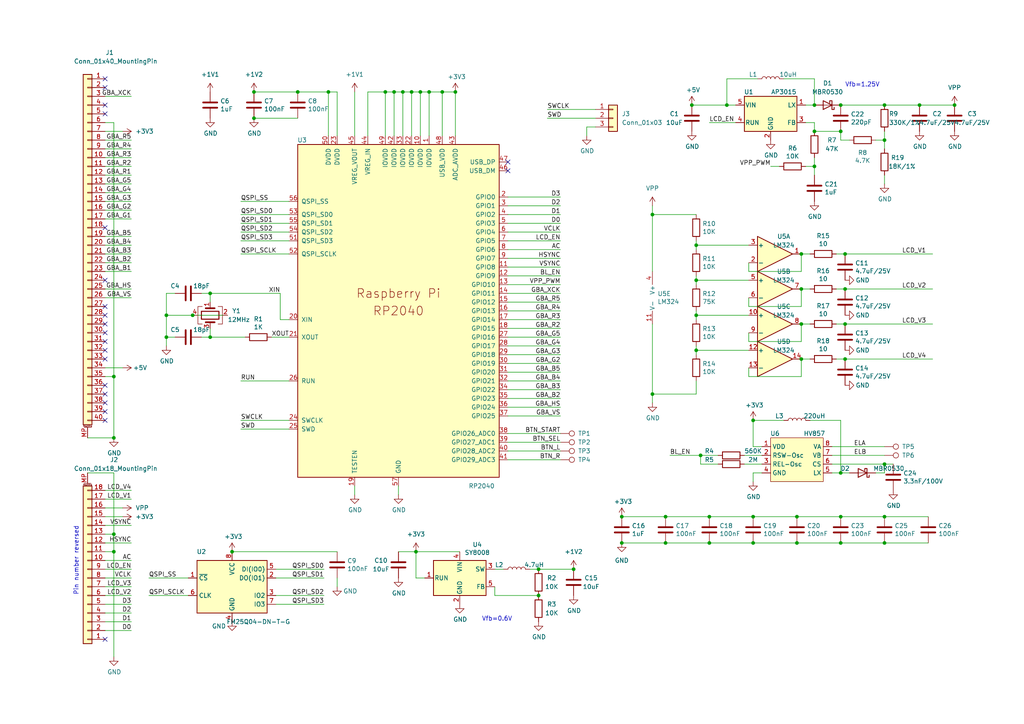
<source format=kicad_sch>
(kicad_sch (version 20211123) (generator eeschema)
  (paper "A4")
  (junction (at 55.88 91.44) (diameter 0.9144))
  (junction (at 73.66 26.67))
  (junction (at 33.02 154.94))
  (junction (at 166.37 165.1))
  (junction (at 189.23 114.3))
  (junction (at 124.46 26.67) (diameter 0.9144))
  (junction (at 256.54 157.48) (diameter 0.9144))
  (junction (at 218.44 149.86) (diameter 0.9144))
  (junction (at 156.21 172.72) (diameter 0.9144))
  (junction (at 231.14 149.86) (diameter 0.9144))
  (junction (at 114.3 26.67) (diameter 0.9144))
  (junction (at 256.54 40.64) (diameter 0.9144))
  (junction (at 201.93 91.44))
  (junction (at 218.44 121.92))
  (junction (at 218.44 157.48) (diameter 0.9144))
  (junction (at 256.54 30.48))
  (junction (at 111.76 26.67) (diameter 0.9144))
  (junction (at 232.41 93.98))
  (junction (at 95.25 26.67) (diameter 0.9144))
  (junction (at 128.27 26.67) (diameter 0.9144))
  (junction (at 120.65 160.02) (diameter 0.9144))
  (junction (at 73.66 34.29) (diameter 0.9144))
  (junction (at 121.92 26.67) (diameter 0.9144))
  (junction (at 67.31 160.02) (diameter 0.9144))
  (junction (at 232.41 83.82))
  (junction (at 205.74 157.48) (diameter 0.9144))
  (junction (at 86.36 26.67))
  (junction (at 156.21 165.1) (diameter 0.9144))
  (junction (at 210.82 30.48) (diameter 0.9144))
  (junction (at 243.84 38.1))
  (junction (at 245.11 93.98))
  (junction (at 203.2 132.08))
  (junction (at 60.96 85.09) (diameter 0.9144))
  (junction (at 48.26 91.44) (diameter 0.9144))
  (junction (at 245.11 83.82))
  (junction (at 232.41 73.66))
  (junction (at 236.22 48.26) (diameter 0.9144))
  (junction (at 266.7 30.48))
  (junction (at 189.23 62.23))
  (junction (at 33.02 127))
  (junction (at 119.38 26.67) (diameter 0.9144))
  (junction (at 243.84 137.16))
  (junction (at 243.84 30.48))
  (junction (at 200.66 30.48))
  (junction (at 236.22 30.48) (diameter 0.9144))
  (junction (at 232.41 104.14))
  (junction (at 245.11 104.14))
  (junction (at 33.02 109.22))
  (junction (at 256.54 149.86) (diameter 0.9144))
  (junction (at 116.84 26.67) (diameter 0.9144))
  (junction (at 205.74 149.86) (diameter 0.9144))
  (junction (at 60.96 97.79) (diameter 0.9144))
  (junction (at 245.11 73.66))
  (junction (at 243.84 149.86) (diameter 0.9144))
  (junction (at 180.34 149.86) (diameter 0.9144))
  (junction (at 180.34 157.48) (diameter 0.9144))
  (junction (at 236.22 38.1))
  (junction (at 231.14 157.48) (diameter 0.9144))
  (junction (at 201.93 81.28))
  (junction (at 48.26 97.79) (diameter 0.9144))
  (junction (at 201.93 101.6))
  (junction (at 201.93 71.12))
  (junction (at 243.84 157.48) (diameter 0.9144))
  (junction (at 276.86 30.48))
  (junction (at 193.04 157.48) (diameter 0.9144))
  (junction (at 132.08 26.67) (diameter 0.9144))
  (junction (at 193.04 149.86) (diameter 0.9144))
  (junction (at 33.02 160.02))
  (junction (at 256.54 134.62))
  (no_connect (at 30.48 25.4))
  (no_connect (at 30.48 30.48))
  (no_connect (at 30.48 33.02))
  (no_connect (at 30.48 22.86))
  (no_connect (at 30.48 66.04))
  (no_connect (at 30.48 119.38))
  (no_connect (at 30.48 111.76))
  (no_connect (at 30.48 116.84))
  (no_connect (at 30.48 114.3))
  (no_connect (at 30.48 81.28))
  (no_connect (at 30.48 104.14))
  (no_connect (at 30.48 96.52))
  (no_connect (at 30.48 91.44))
  (no_connect (at 30.48 101.6))
  (no_connect (at 30.48 88.9))
  (no_connect (at 30.48 93.98))
  (no_connect (at 30.48 99.06))
  (no_connect (at 30.48 121.92))
  (no_connect (at 30.48 185.42))
  (no_connect (at 147.32 46.99))
  (no_connect (at 147.32 49.53))
  (wire (pts (xy 217.17 78.74) (xy 232.41 78.74)))
  (wire (pts (xy 114.3 26.67) (xy 116.84 26.67)))
  (wire (pts (xy 83.82 121.92) (xy 69.85 121.92)))
  (wire (pts (xy 232.41 88.9) (xy 232.41 83.82)))
  (wire (pts (xy 106.68 26.67) (xy 111.76 26.67)))
  (wire (pts (xy 232.41 73.66) (xy 234.95 73.66)))
  (wire (pts (xy 48.26 97.79) (xy 50.8 97.79)))
  (wire (pts (xy 223.52 48.26) (xy 226.06 48.26)))
  (wire (pts (xy 201.93 114.3) (xy 201.93 110.49)))
  (wire (pts (xy 201.93 100.33) (xy 201.93 101.6)))
  (wire (pts (xy 69.85 67.31) (xy 83.82 67.31)))
  (wire (pts (xy 201.93 72.39) (xy 201.93 71.12)))
  (wire (pts (xy 217.17 91.44) (xy 201.93 91.44)))
  (wire (pts (xy 38.1 76.2) (xy 30.48 76.2)))
  (wire (pts (xy 120.65 160.02) (xy 120.65 167.64)))
  (wire (pts (xy 73.66 26.67) (xy 86.36 26.67)))
  (wire (pts (xy 147.32 100.33) (xy 162.56 100.33)))
  (wire (pts (xy 233.68 35.56) (xy 236.22 35.56)))
  (wire (pts (xy 33.02 109.22) (xy 30.48 109.22)))
  (wire (pts (xy 69.85 62.23) (xy 83.82 62.23)))
  (wire (pts (xy 147.32 115.57) (xy 162.56 115.57)))
  (wire (pts (xy 232.41 109.22) (xy 232.41 104.14)))
  (wire (pts (xy 193.04 157.48) (xy 205.74 157.48)))
  (wire (pts (xy 147.32 57.15) (xy 162.56 57.15)))
  (wire (pts (xy 147.32 107.95) (xy 162.56 107.95)))
  (wire (pts (xy 270.51 104.14) (xy 245.11 104.14)))
  (wire (pts (xy 83.82 124.46) (xy 69.85 124.46)))
  (wire (pts (xy 43.18 167.64) (xy 54.61 167.64)))
  (wire (pts (xy 201.93 81.28) (xy 201.93 80.01)))
  (wire (pts (xy 241.3 137.16) (xy 243.84 137.16)))
  (wire (pts (xy 38.1 27.94) (xy 30.48 27.94)))
  (wire (pts (xy 80.01 172.72) (xy 93.98 172.72)))
  (wire (pts (xy 147.32 77.47) (xy 162.56 77.47)))
  (wire (pts (xy 69.85 69.85) (xy 83.82 69.85)))
  (wire (pts (xy 236.22 35.56) (xy 236.22 38.1)))
  (wire (pts (xy 147.32 128.27) (xy 162.56 128.27)))
  (wire (pts (xy 231.14 157.48) (xy 243.84 157.48)))
  (wire (pts (xy 33.02 35.56) (xy 33.02 109.22)))
  (wire (pts (xy 201.93 82.55) (xy 201.93 81.28)))
  (wire (pts (xy 156.21 165.1) (xy 153.67 165.1)))
  (wire (pts (xy 38.1 55.88) (xy 30.48 55.88)))
  (wire (pts (xy 143.51 172.72) (xy 143.51 170.18)))
  (wire (pts (xy 243.84 40.64) (xy 246.38 40.64)))
  (wire (pts (xy 147.32 67.31) (xy 162.56 67.31)))
  (wire (pts (xy 232.41 99.06) (xy 232.41 93.98)))
  (wire (pts (xy 73.66 34.29) (xy 86.36 34.29)))
  (wire (pts (xy 234.95 104.14) (xy 232.41 104.14)))
  (wire (pts (xy 217.17 99.06) (xy 232.41 99.06)))
  (wire (pts (xy 106.68 39.37) (xy 106.68 26.67)))
  (wire (pts (xy 60.96 87.63) (xy 60.96 85.09)))
  (wire (pts (xy 256.54 50.8) (xy 256.54 53.34)))
  (wire (pts (xy 38.1 48.26) (xy 30.48 48.26)))
  (wire (pts (xy 218.44 137.16) (xy 218.44 139.7)))
  (wire (pts (xy 215.9 134.62) (xy 220.98 134.62)))
  (wire (pts (xy 30.48 154.94) (xy 33.02 154.94)))
  (wire (pts (xy 236.22 38.1) (xy 243.84 38.1)))
  (wire (pts (xy 189.23 114.3) (xy 201.93 114.3)))
  (wire (pts (xy 242.57 73.66) (xy 245.11 73.66)))
  (wire (pts (xy 38.1 162.56) (xy 30.48 162.56)))
  (wire (pts (xy 147.32 102.87) (xy 162.56 102.87)))
  (wire (pts (xy 189.23 78.74) (xy 189.23 62.23)))
  (wire (pts (xy 38.1 78.74) (xy 30.48 78.74)))
  (wire (pts (xy 189.23 114.3) (xy 189.23 116.84)))
  (wire (pts (xy 236.22 22.86) (xy 236.22 30.48)))
  (wire (pts (xy 69.85 64.77) (xy 83.82 64.77)))
  (wire (pts (xy 172.72 36.83) (xy 170.18 36.83)))
  (wire (pts (xy 200.66 30.48) (xy 210.82 30.48)))
  (wire (pts (xy 147.32 110.49) (xy 162.56 110.49)))
  (wire (pts (xy 227.33 22.86) (xy 236.22 22.86)))
  (wire (pts (xy 80.01 165.1) (xy 93.98 165.1)))
  (wire (pts (xy 217.17 109.22) (xy 232.41 109.22)))
  (wire (pts (xy 205.74 35.56) (xy 213.36 35.56)))
  (wire (pts (xy 35.56 147.32) (xy 30.48 147.32)))
  (wire (pts (xy 189.23 59.69) (xy 189.23 62.23)))
  (wire (pts (xy 33.02 127) (xy 25.4 127)))
  (wire (pts (xy 38.1 63.5) (xy 30.48 63.5)))
  (wire (pts (xy 116.84 26.67) (xy 119.38 26.67)))
  (wire (pts (xy 270.51 93.98) (xy 245.11 93.98)))
  (wire (pts (xy 81.28 92.71) (xy 83.82 92.71)))
  (wire (pts (xy 217.17 101.6) (xy 201.93 101.6)))
  (wire (pts (xy 38.1 58.42) (xy 30.48 58.42)))
  (wire (pts (xy 35.56 38.1) (xy 30.48 38.1)))
  (wire (pts (xy 38.1 144.78) (xy 30.48 144.78)))
  (wire (pts (xy 60.96 95.25) (xy 60.96 97.79)))
  (wire (pts (xy 124.46 26.67) (xy 124.46 39.37)))
  (wire (pts (xy 180.34 149.86) (xy 193.04 149.86)))
  (wire (pts (xy 147.32 59.69) (xy 162.56 59.69)))
  (wire (pts (xy 124.46 26.67) (xy 128.27 26.67)))
  (wire (pts (xy 38.1 45.72) (xy 30.48 45.72)))
  (wire (pts (xy 38.1 43.18) (xy 30.48 43.18)))
  (wire (pts (xy 147.32 92.71) (xy 162.56 92.71)))
  (wire (pts (xy 172.72 34.29) (xy 158.75 34.29)))
  (wire (pts (xy 201.93 92.71) (xy 201.93 91.44)))
  (wire (pts (xy 232.41 93.98) (xy 234.95 93.98)))
  (wire (pts (xy 60.96 97.79) (xy 58.42 97.79)))
  (wire (pts (xy 172.72 31.75) (xy 158.75 31.75)))
  (wire (pts (xy 38.1 177.8) (xy 30.48 177.8)))
  (wire (pts (xy 33.02 154.94) (xy 33.02 160.02)))
  (wire (pts (xy 170.18 36.83) (xy 170.18 39.37)))
  (wire (pts (xy 194.31 132.08) (xy 203.2 132.08)))
  (wire (pts (xy 83.82 73.66) (xy 69.85 73.66)))
  (wire (pts (xy 48.26 91.44) (xy 55.88 91.44)))
  (wire (pts (xy 114.3 39.37) (xy 114.3 26.67)))
  (wire (pts (xy 210.82 30.48) (xy 213.36 30.48)))
  (wire (pts (xy 147.32 87.63) (xy 162.56 87.63)))
  (wire (pts (xy 83.82 97.79) (xy 78.74 97.79)))
  (wire (pts (xy 38.1 170.18) (xy 30.48 170.18)))
  (wire (pts (xy 266.7 30.48) (xy 276.86 30.48)))
  (wire (pts (xy 215.9 132.08) (xy 220.98 132.08)))
  (wire (pts (xy 38.1 152.4) (xy 30.48 152.4)))
  (wire (pts (xy 242.57 93.98) (xy 245.11 93.98)))
  (wire (pts (xy 210.82 30.48) (xy 210.82 22.86)))
  (wire (pts (xy 201.93 101.6) (xy 201.93 102.87)))
  (wire (pts (xy 236.22 48.26) (xy 236.22 50.8)))
  (wire (pts (xy 38.1 165.1) (xy 30.48 165.1)))
  (wire (pts (xy 218.44 121.92) (xy 218.44 129.54)))
  (wire (pts (xy 120.65 160.02) (xy 133.35 160.02)))
  (wire (pts (xy 217.17 106.68) (xy 217.17 109.22)))
  (wire (pts (xy 180.34 157.48) (xy 193.04 157.48)))
  (wire (pts (xy 147.32 80.01) (xy 162.56 80.01)))
  (wire (pts (xy 97.79 167.64) (xy 97.79 170.18)))
  (wire (pts (xy 33.02 137.16) (xy 33.02 154.94)))
  (wire (pts (xy 80.01 175.26) (xy 93.98 175.26)))
  (wire (pts (xy 69.85 110.49) (xy 83.82 110.49)))
  (wire (pts (xy 33.02 109.22) (xy 33.02 127)))
  (wire (pts (xy 231.14 149.86) (xy 243.84 149.86)))
  (wire (pts (xy 83.82 58.42) (xy 69.85 58.42)))
  (wire (pts (xy 86.36 26.67) (xy 95.25 26.67)))
  (wire (pts (xy 203.2 134.62) (xy 203.2 132.08)))
  (wire (pts (xy 121.92 39.37) (xy 121.92 26.67)))
  (wire (pts (xy 38.1 180.34) (xy 30.48 180.34)))
  (wire (pts (xy 218.44 121.92) (xy 227.33 121.92)))
  (wire (pts (xy 147.32 95.25) (xy 162.56 95.25)))
  (wire (pts (xy 38.1 167.64) (xy 30.48 167.64)))
  (wire (pts (xy 234.95 121.92) (xy 243.84 121.92)))
  (wire (pts (xy 128.27 26.67) (xy 132.08 26.67)))
  (wire (pts (xy 147.32 97.79) (xy 162.56 97.79)))
  (wire (pts (xy 147.32 85.09) (xy 162.56 85.09)))
  (wire (pts (xy 30.48 35.56) (xy 33.02 35.56)))
  (wire (pts (xy 256.54 134.62) (xy 256.54 137.16)))
  (wire (pts (xy 48.26 91.44) (xy 48.26 97.79)))
  (wire (pts (xy 205.74 149.86) (xy 218.44 149.86)))
  (wire (pts (xy 166.37 165.1) (xy 156.21 165.1)))
  (wire (pts (xy 111.76 39.37) (xy 111.76 26.67)))
  (wire (pts (xy 80.01 167.64) (xy 93.98 167.64)))
  (wire (pts (xy 147.32 64.77) (xy 162.56 64.77)))
  (wire (pts (xy 242.57 83.82) (xy 245.11 83.82)))
  (wire (pts (xy 254 40.64) (xy 256.54 40.64)))
  (wire (pts (xy 33.02 160.02) (xy 30.48 160.02)))
  (wire (pts (xy 147.32 130.81) (xy 162.56 130.81)))
  (wire (pts (xy 97.79 26.67) (xy 95.25 26.67)))
  (wire (pts (xy 115.57 140.97) (xy 115.57 143.51)))
  (wire (pts (xy 35.56 106.68) (xy 30.48 106.68)))
  (wire (pts (xy 203.2 132.08) (xy 208.28 132.08)))
  (wire (pts (xy 147.32 125.73) (xy 162.56 125.73)))
  (wire (pts (xy 256.54 157.48) (xy 269.24 157.48)))
  (wire (pts (xy 147.32 113.03) (xy 162.56 113.03)))
  (wire (pts (xy 38.1 175.26) (xy 30.48 175.26)))
  (wire (pts (xy 270.51 73.66) (xy 245.11 73.66)))
  (wire (pts (xy 60.96 97.79) (xy 71.12 97.79)))
  (wire (pts (xy 241.3 129.54) (xy 256.54 129.54)))
  (wire (pts (xy 245.11 104.14) (xy 242.57 104.14)))
  (wire (pts (xy 128.27 39.37) (xy 128.27 26.67)))
  (wire (pts (xy 58.42 85.09) (xy 60.96 85.09)))
  (wire (pts (xy 147.32 62.23) (xy 162.56 62.23)))
  (wire (pts (xy 243.84 30.48) (xy 256.54 30.48)))
  (wire (pts (xy 43.18 172.72) (xy 54.61 172.72)))
  (wire (pts (xy 115.57 160.02) (xy 120.65 160.02)))
  (wire (pts (xy 236.22 45.72) (xy 236.22 48.26)))
  (wire (pts (xy 218.44 157.48) (xy 231.14 157.48)))
  (wire (pts (xy 256.54 149.86) (xy 269.24 149.86)))
  (wire (pts (xy 111.76 26.67) (xy 114.3 26.67)))
  (wire (pts (xy 156.21 172.72) (xy 143.51 172.72)))
  (wire (pts (xy 241.3 134.62) (xy 256.54 134.62)))
  (wire (pts (xy 256.54 134.62) (xy 259.08 134.62)))
  (wire (pts (xy 193.04 149.86) (xy 205.74 149.86)))
  (wire (pts (xy 147.32 69.85) (xy 162.56 69.85)))
  (wire (pts (xy 67.31 160.02) (xy 97.79 160.02)))
  (wire (pts (xy 217.17 86.36) (xy 217.17 88.9)))
  (wire (pts (xy 232.41 78.74) (xy 232.41 73.66)))
  (wire (pts (xy 243.84 38.1) (xy 243.84 40.64)))
  (wire (pts (xy 38.1 60.96) (xy 30.48 60.96)))
  (wire (pts (xy 256.54 38.1) (xy 256.54 40.64)))
  (wire (pts (xy 35.56 149.86) (xy 30.48 149.86)))
  (wire (pts (xy 147.32 118.11) (xy 162.56 118.11)))
  (wire (pts (xy 147.32 74.93) (xy 162.56 74.93)))
  (wire (pts (xy 232.41 83.82) (xy 234.95 83.82)))
  (wire (pts (xy 102.87 26.67) (xy 102.87 39.37)))
  (wire (pts (xy 270.51 83.82) (xy 245.11 83.82)))
  (wire (pts (xy 38.1 86.36) (xy 30.48 86.36)))
  (wire (pts (xy 102.87 140.97) (xy 102.87 143.51)))
  (wire (pts (xy 201.93 71.12) (xy 201.93 69.85)))
  (wire (pts (xy 38.1 83.82) (xy 30.48 83.82)))
  (wire (pts (xy 48.26 97.79) (xy 48.26 100.33)))
  (wire (pts (xy 241.3 132.08) (xy 256.54 132.08)))
  (wire (pts (xy 119.38 39.37) (xy 119.38 26.67)))
  (wire (pts (xy 218.44 149.86) (xy 231.14 149.86)))
  (wire (pts (xy 217.17 96.52) (xy 217.17 99.06)))
  (wire (pts (xy 95.25 26.67) (xy 95.25 39.37)))
  (wire (pts (xy 147.32 72.39) (xy 162.56 72.39)))
  (wire (pts (xy 254 137.16) (xy 256.54 137.16)))
  (wire (pts (xy 38.1 172.72) (xy 30.48 172.72)))
  (wire (pts (xy 217.17 81.28) (xy 201.93 81.28)))
  (wire (pts (xy 25.4 137.16) (xy 33.02 137.16)))
  (wire (pts (xy 220.98 137.16) (xy 218.44 137.16)))
  (wire (pts (xy 38.1 73.66) (xy 30.48 73.66)))
  (wire (pts (xy 189.23 93.98) (xy 189.23 114.3)))
  (wire (pts (xy 38.1 157.48) (xy 30.48 157.48)))
  (wire (pts (xy 60.96 85.09) (xy 81.28 85.09)))
  (wire (pts (xy 116.84 39.37) (xy 116.84 26.67)))
  (wire (pts (xy 208.28 134.62) (xy 203.2 134.62)))
  (wire (pts (xy 201.93 91.44) (xy 201.93 90.17)))
  (wire (pts (xy 38.1 50.8) (xy 30.48 50.8)))
  (wire (pts (xy 147.32 90.17) (xy 162.56 90.17)))
  (wire (pts (xy 97.79 39.37) (xy 97.79 26.67)))
  (wire (pts (xy 189.23 62.23) (xy 201.93 62.23)))
  (wire (pts (xy 147.32 120.65) (xy 162.56 120.65)))
  (wire (pts (xy 120.65 167.64) (xy 123.19 167.64)))
  (wire (pts (xy 38.1 53.34) (xy 30.48 53.34)))
  (wire (pts (xy 243.84 149.86) (xy 256.54 149.86)))
  (wire (pts (xy 256.54 40.64) (xy 256.54 43.18)))
  (wire (pts (xy 205.74 157.48) (xy 218.44 157.48)))
  (wire (pts (xy 132.08 26.67) (xy 132.08 39.37)))
  (wire (pts (xy 146.05 165.1) (xy 143.51 165.1)))
  (wire (pts (xy 217.17 76.2) (xy 217.17 78.74)))
  (wire (pts (xy 147.32 82.55) (xy 162.56 82.55)))
  (wire (pts (xy 38.1 182.88) (xy 30.48 182.88)))
  (wire (pts (xy 256.54 30.48) (xy 266.7 30.48)))
  (wire (pts (xy 243.84 137.16) (xy 246.38 137.16)))
  (wire (pts (xy 81.28 85.09) (xy 81.28 92.71)))
  (wire (pts (xy 210.82 22.86) (xy 219.71 22.86)))
  (wire (pts (xy 30.48 68.58) (xy 38.1 68.58)))
  (wire (pts (xy 147.32 105.41) (xy 162.56 105.41)))
  (wire (pts (xy 48.26 85.09) (xy 48.26 91.44)))
  (wire (pts (xy 243.84 157.48) (xy 256.54 157.48)))
  (wire (pts (xy 147.32 133.35) (xy 162.56 133.35)))
  (wire (pts (xy 38.1 142.24) (xy 30.48 142.24)))
  (wire (pts (xy 233.68 48.26) (xy 236.22 48.26)))
  (wire (pts (xy 38.1 40.64) (xy 30.48 40.64)))
  (wire (pts (xy 66.04 91.44) (xy 55.88 91.44)))
  (wire (pts (xy 121.92 26.67) (xy 124.46 26.67)))
  (wire (pts (xy 38.1 71.12) (xy 30.48 71.12)))
  (wire (pts (xy 243.84 121.92) (xy 243.84 137.16)))
  (wire (pts (xy 220.98 129.54) (xy 218.44 129.54)))
  (wire (pts (xy 50.8 85.09) (xy 48.26 85.09)))
  (wire (pts (xy 236.22 30.48) (xy 233.68 30.48)))
  (wire (pts (xy 217.17 88.9) (xy 232.41 88.9)))
  (wire (pts (xy 217.17 71.12) (xy 201.93 71.12)))
  (wire (pts (xy 33.02 160.02) (xy 33.02 190.5)))
  (wire (pts (xy 119.38 26.67) (xy 121.92 26.67)))
  (text "Vfb=0.6V" (at 148.59 180.34 180) (effects (font (size 1.27 1.27)) (justify right bottom)))
  (text "Pin number reversed" (at 22.86 172.72 90) (effects (font (size 1.27 1.27)) (justify left bottom)))
  (text "Vfb=1.25V" (at 245.11 25.4 0) (effects (font (size 1.27 1.27)) (justify left bottom)))
  (label "LCD_EN" (at 38.1 165.1 180))
  (label "LCD_V1" (at 261.62 73.66 0))
  (label "GBA_B1" (at 38.1 78.74 180))
  (label "GBA_G4" (at 38.1 55.88 180))
  (label "GBA_B4" (at 38.1 71.12 180))
  (label "GBA_R5" (at 162.56 87.63 180))
  (label "D3" (at 38.1 175.26 180))
  (label "D0" (at 162.56 64.77 180))
  (label "SWCLK" (at 69.85 121.92 0))
  (label "GBA_G1" (at 38.1 63.5 180))
  (label "D2" (at 162.56 59.69 180))
  (label "VPP_PWM" (at 223.52 48.26 180))
  (label "QSPI_SD2" (at 93.98 172.72 180))
  (label "XIN" (at 81.28 85.09 180))
  (label "QSPI_SS" (at 69.85 58.42 0))
  (label "RUN" (at 69.85 110.49 0))
  (label "QSPI_SD0" (at 93.98 165.1 180))
  (label "LCD_V2" (at 261.62 83.82 0))
  (label "GBA_B5" (at 162.56 107.95 180))
  (label "GBA_XCK" (at 162.56 85.09 180))
  (label "HSYNC" (at 38.1 157.48 180))
  (label "GBA_G5" (at 38.1 53.34 180))
  (label "LCD_V4" (at 261.62 104.14 0))
  (label "QSPI_SS" (at 43.18 167.64 0))
  (label "GBA_R4" (at 162.56 90.17 180))
  (label "QSPI_SD0" (at 69.85 62.23 0))
  (label "BL_EN" (at 162.56 80.01 180))
  (label "VCLK" (at 38.1 167.64 180))
  (label "AC" (at 162.56 72.39 180))
  (label "GBA_VS" (at 38.1 86.36 180))
  (label "GBA_B5" (at 38.1 68.58 180))
  (label "GBA_R3" (at 162.56 92.71 180))
  (label "QSPI_SD1" (at 93.98 167.64 180))
  (label "D3" (at 162.56 57.15 180))
  (label "GBA_G4" (at 162.56 100.33 180))
  (label "LCD_EN" (at 162.56 69.85 180))
  (label "D2" (at 38.1 177.8 180))
  (label "GBA_G3" (at 38.1 58.42 180))
  (label "GBA_B3" (at 38.1 73.66 180))
  (label "D1" (at 38.1 180.34 180))
  (label "QSPI_SD1" (at 69.85 64.77 0))
  (label "GBA_G2" (at 162.56 105.41 180))
  (label "BTN_START" (at 162.56 125.73 180))
  (label "BTN_R" (at 162.56 133.35 180))
  (label "LCD_EN" (at 205.74 35.56 0))
  (label "GBA_G3" (at 162.56 102.87 180))
  (label "LCD_V3" (at 38.1 170.18 180))
  (label "GBA_R2" (at 38.1 48.26 180))
  (label "QSPI_SD3" (at 69.85 69.85 0))
  (label "GBA_B2" (at 162.56 115.57 180))
  (label "GBA_HS" (at 162.56 118.11 180))
  (label "BTN_L" (at 162.56 130.81 180))
  (label "VSYNC" (at 162.56 77.47 180))
  (label "BTN_SEL" (at 162.56 128.27 180))
  (label "QSPI_SD3" (at 93.98 175.26 180))
  (label "GBA_R1" (at 38.1 50.8 180))
  (label "ELB" (at 247.65 132.08 0))
  (label "GBA_B2" (at 38.1 76.2 180))
  (label "BL_EN" (at 194.31 132.08 0))
  (label "GBA_HS" (at 38.1 83.82 180))
  (label "GBA_G5" (at 162.56 97.79 180))
  (label "XOUT" (at 83.82 97.79 180))
  (label "GBA_XCK" (at 38.1 27.94 180))
  (label "SWD" (at 69.85 124.46 0))
  (label "GBA_R5" (at 38.1 40.64 180))
  (label "LCD_V1" (at 38.1 144.78 180))
  (label "QSPI_SCLK" (at 69.85 73.66 0))
  (label "VSYNC" (at 38.1 152.4 180))
  (label "QSPI_SD2" (at 69.85 67.31 0))
  (label "HSYNC" (at 162.56 74.93 180))
  (label "VPP_PWM" (at 162.56 82.55 180))
  (label "QSPI_SCLK" (at 43.18 172.72 0))
  (label "GBA_G2" (at 38.1 60.96 180))
  (label "GBA_VS" (at 162.56 120.65 180))
  (label "GBA_R4" (at 38.1 43.18 180))
  (label "LCD_V4" (at 38.1 142.24 180))
  (label "LCD_V3" (at 261.62 93.98 0))
  (label "SWCLK" (at 158.75 31.75 0))
  (label "GBA_R3" (at 38.1 45.72 180))
  (label "D0" (at 38.1 182.88 180))
  (label "GBA_B4" (at 162.56 110.49 180))
  (label "GBA_R2" (at 162.56 95.25 180))
  (label "ELA" (at 247.65 129.54 0))
  (label "GBA_B3" (at 162.56 113.03 180))
  (label "SWD" (at 158.75 34.29 0))
  (label "D1" (at 162.56 62.23 180))
  (label "VCLK" (at 162.56 67.31 180))
  (label "LCD_V2" (at 38.1 172.72 180))
  (label "AC" (at 38.1 162.56 180))
  (symbol (lib_id "Amplifier_Operational:LM324") (at 224.79 104.14 0) (unit 4)
    (property "Reference" "U5" (at 227.33 99.06 0))
    (property "Value" "LM324" (at 227.33 101.6 0))
    (property "Footprint" "Package_SO:TSSOP-14_4.4x5mm_P0.65mm" (effects hide))
    (property "Datasheet" "http://www.ti.com/lit/ds/symlink/lm2902-n.pdf" (effects hide))
  )
  (symbol (lib_id "Device:C") (at 73.66 30.48 0) (unit 1)
    (property "Reference" "C7" (at 76.581 29.3116 0) (effects (justify left)))
    (property "Value" "100nF" (at 76.581 31.623 0) (effects (justify left)))
    (property "Footprint" "Capacitor_SMD:C_0402_1005Metric" (effects hide))
  )
  (symbol (lib_id "Device:R") (at 238.76 73.66 270) (unit 1)
    (property "Reference" "R15" (at 238.76 68.4022 90))
    (property "Value" "10" (at 238.76 70.7136 90))
    (property "Footprint" "Resistor_SMD:R_0402_1005Metric" (effects hide))
  )
  (symbol (lib_id "Diode:1N5819") (at 250.19 137.16 180) (unit 1)
    (property "Reference" "D2" (at 245.11 135.89 0))
    (property "Value" "MBR0530" (at 257.81 135.89 0))
    (property "Footprint" "Diode_SMD:D_SOD-323" (effects hide))
    (property "Datasheet" "http://www.vishay.com/docs/88525/1n5817.pdf" (effects hide))
  )
  (symbol (lib_id "power:GND") (at 166.37 172.72 0) (unit 1)
    (property "Reference" "#PWR028" (effects hide))
    (property "Value" "GND" (at 166.497 177.1142 0))
  )
  (symbol (lib_id "Device:R") (at 238.76 93.98 270) (unit 1)
    (property "Reference" "R17" (at 238.76 88.7222 90))
    (property "Value" "10" (at 238.76 91.0336 90))
    (property "Footprint" "Resistor_SMD:R_0402_1005Metric" (effects hide))
  )
  (symbol (lib_id "Device:R") (at 201.93 106.68 0) (unit 1)
    (property "Reference" "R14" (at 203.708 105.5116 0) (effects (justify left)))
    (property "Value" "10K" (at 203.708 107.823 0) (effects (justify left)))
    (property "Footprint" "Resistor_SMD:R_0402_1005Metric" (effects hide))
  )
  (symbol (lib_id "power:GND") (at 180.34 157.48 0) (unit 1)
    (property "Reference" "#PWR032" (effects hide))
    (property "Value" "GND" (at 180.34 162.56 0))
  )
  (symbol (lib_id "Connector_Generic_MountingPin:Conn_01x40_MountingPin") (at 25.4 71.12 0) (mirror y) (unit 1)
    (property "Reference" "J1" (at 33.02 15.24 0) (effects (justify left)))
    (property "Value" "Conn_01x40_MountingPin" (at 45.72 17.78 0) (effects (justify left)))
    (property "Footprint" "Connector_FFC-FPC:Hirose_FH12-40S-0.5SH_1x40-1MP_P0.50mm_Horizontal" (effects hide))
  )
  (symbol (lib_id "Device:L") (at 231.14 121.92 90) (unit 1)
    (property "Reference" "L3" (at 226.06 120.65 90))
    (property "Value" "220uH" (at 236.22 120.65 90))
    (property "Footprint" "Inductor_SMD:L_1008_2520Metric" (effects hide))
  )
  (symbol (lib_id "Device:C") (at 218.44 153.67 0) (unit 1)
    (property "Reference" "C19" (at 221.361 152.5016 0) (effects (justify left)))
    (property "Value" "100nF" (at 221.361 154.813 0) (effects (justify left)))
    (property "Footprint" "Capacitor_SMD:C_0402_1005Metric" (effects hide))
  )
  (symbol (lib_id "power:GND") (at 200.66 38.1 0) (unit 1)
    (property "Reference" "#PWR021" (effects hide))
    (property "Value" "GND" (at 200.787 42.4942 0))
  )
  (symbol (lib_id "Device:C") (at 180.34 153.67 0) (unit 1)
    (property "Reference" "C16" (at 183.261 152.502 0) (effects (justify left)))
    (property "Value" "1uF" (at 183.261 154.813 0) (effects (justify left)))
    (property "Footprint" "Capacitor_SMD:C_0402_1005Metric" (effects hide))
  )
  (symbol (lib_id "Device:Crystal_GND24") (at 60.96 91.44 270) (unit 1)
    (property "Reference" "Y1" (at 67.31 90.17 90) (effects (justify left)))
    (property "Value" "12MHz" (at 66.04 92.71 90) (effects (justify left)))
    (property "Footprint" "Oscillator:Oscillator_SMD_Abracon_ASE-4Pin_3.2x2.5mm" (effects hide))
  )
  (symbol (lib_id "power:GND") (at 236.22 58.42 0) (unit 1)
    (property "Reference" "#PWR043" (effects hide))
    (property "Value" "GND" (at 236.347 62.8142 0))
  )
  (symbol (lib_id "Amplifier_Operational:LM324") (at 224.79 83.82 0) (unit 2)
    (property "Reference" "U5" (at 227.33 78.74 0))
    (property "Value" "LM324" (at 227.33 81.28 0))
    (property "Footprint" "Package_SO:TSSOP-14_4.4x5mm_P0.65mm" (effects hide))
    (property "Datasheet" "http://www.ti.com/lit/ds/symlink/lm2902-n.pdf" (effects hide))
  )
  (symbol (lib_id "Device:R") (at 236.22 41.91 0) (unit 1)
    (property "Reference" "R7" (at 241.3 40.64 0))
    (property "Value" "47K" (at 241.3 43.18 0))
    (property "Footprint" "Resistor_SMD:R_0402_1005Metric" (effects hide))
  )
  (symbol (lib_id "power:GND") (at 115.57 167.64 0) (unit 1)
    (property "Reference" "#PWR018" (effects hide))
    (property "Value" "GND" (at 115.697 172.0342 0))
  )
  (symbol (lib_id "power:VPP") (at 35.56 147.32 270) (mirror x) (unit 1)
    (property "Reference" "#PWR05" (effects hide))
    (property "Value" "VPP" (at 43.18 147.32 90) (effects (justify right)))
  )
  (symbol (lib_id "Device:R") (at 250.19 40.64 270) (unit 1)
    (property "Reference" "R8" (at 250.19 44.272 90))
    (property "Value" "4.7K" (at 250.19 46.584 90))
    (property "Footprint" "Resistor_SMD:R_0402_1005Metric" (effects hide))
  )
  (symbol (lib_id "power:GND") (at 115.57 143.51 0) (unit 1)
    (property "Reference" "#PWR017" (effects hide))
    (property "Value" "GND" (at 115.697 147.9042 0))
  )
  (symbol (lib_id "power:GND") (at 245.11 81.28 90) (unit 1)
    (property "Reference" "#PWR039" (effects hide))
    (property "Value" "GND" (at 250.19 81.28 90))
  )
  (symbol (lib_id "Device:C") (at 245.11 77.47 180) (unit 1)
    (property "Reference" "C11" (at 248.031 76.3016 0) (effects (justify right)))
    (property "Value" "4.7uF/25V" (at 248.031 78.613 0) (effects (justify right)))
    (property "Footprint" "Capacitor_SMD:C_0805_2012Metric" (effects hide))
  )
  (symbol (lib_id "power:GND") (at 97.79 170.18 0) (unit 1)
    (property "Reference" "#PWR014" (effects hide))
    (property "Value" "GND" (at 101.6 171.45 0))
  )
  (symbol (lib_id "power:GND") (at 259.08 142.24 0) (unit 1)
    (property "Reference" "#PWR045" (effects hide))
    (property "Value" "GND" (at 259.207 146.6342 0))
  )
  (symbol (lib_id "Device:R") (at 229.87 48.26 270) (unit 1)
    (property "Reference" "R6" (at 229.87 43.002 90))
    (property "Value" "10K" (at 229.87 45.314 90))
    (property "Footprint" "Resistor_SMD:R_0402_1005Metric" (effects hide))
  )
  (symbol (lib_id "Device:R") (at 256.54 46.99 0) (unit 1)
    (property "Reference" "R19" (at 260.35 45.72 0))
    (property "Value" "18K/1%" (at 261.62 48.26 0))
    (property "Footprint" "Resistor_SMD:R_0402_1005Metric" (effects hide))
  )
  (symbol (lib_id "power:+3V3") (at 218.44 121.92 0) (unit 1)
    (property "Reference" "#PWR036" (effects hide))
    (property "Value" "+3V3" (at 218.821 117.5258 0))
  )
  (symbol (lib_id "Device:R") (at 238.76 83.82 270) (unit 1)
    (property "Reference" "R16" (at 238.76 78.5622 90))
    (property "Value" "10" (at 238.76 80.8736 90))
    (property "Footprint" "Resistor_SMD:R_0402_1005Metric" (effects hide))
  )
  (symbol (lib_id "power:GND") (at 266.7 38.1 0) (unit 1)
    (property "Reference" "#PWR025" (effects hide))
    (property "Value" "GND" (at 266.827 42.4942 0))
  )
  (symbol (lib_id "Connector:TestPoint") (at 162.56 125.73 270) (unit 1)
    (property "Reference" "TP1" (at 167.64 125.73 90) (effects (justify left)))
    (property "Value" "TestPoint" (effects hide))
    (property "Footprint" "TestPoint:TestPoint_Pad_D2.0mm" (effects hide))
  )
  (symbol (lib_id "Device:C") (at 276.86 34.29 180) (unit 1)
    (property "Reference" "C3" (at 281.94 33.02 0))
    (property "Value" "4.7uF/25V" (at 281.94 35.56 0))
    (property "Footprint" "Capacitor_SMD:C_0805_2012Metric" (effects hide))
  )
  (symbol (lib_id "Device:C") (at 205.74 153.67 0) (unit 1)
    (property "Reference" "C18" (at 208.661 152.5016 0) (effects (justify left)))
    (property "Value" "100nF" (at 208.661 154.813 0) (effects (justify left)))
    (property "Footprint" "Capacitor_SMD:C_0402_1005Metric" (effects hide))
  )
  (symbol (lib_id "power:GND") (at 245.11 111.76 90) (unit 1)
    (property "Reference" "#PWR042" (effects hide))
    (property "Value" "GND" (at 250.19 111.76 90))
  )
  (symbol (lib_id "Device:R") (at 212.09 132.08 270) (unit 1)
    (property "Reference" "R4" (at 205.74 130.81 90))
    (property "Value" "560K" (at 218.44 130.81 90))
    (property "Footprint" "Resistor_SMD:R_0402_1005Metric" (effects hide))
  )
  (symbol (lib_id "Device:R") (at 156.21 176.53 180) (unit 1)
    (property "Reference" "R3" (at 160.02 175.26 0))
    (property "Value" "10K" (at 160.02 177.8 0))
    (property "Footprint" "Resistor_SMD:R_0402_1005Metric" (effects hide))
  )
  (symbol (lib_id "Device:L") (at 223.52 22.86 90) (unit 1)
    (property "Reference" "L1" (at 218.44 21.59 90))
    (property "Value" "10uH" (at 228.6 21.59 90))
    (property "Footprint" "Inductor_SMD:L_1008_2520Metric" (effects hide))
  )
  (symbol (lib_id "power:GND") (at 256.54 53.34 0) (unit 1)
    (property "Reference" "#PWR044" (effects hide))
    (property "Value" "GND" (at 256.667 57.7342 0))
  )
  (symbol (lib_id "Device:C") (at 269.24 153.67 0) (unit 1)
    (property "Reference" "C26" (at 272.161 152.5016 0) (effects (justify left)))
    (property "Value" "100nF" (at 272.161 154.813 0) (effects (justify left)))
    (property "Footprint" "Capacitor_SMD:C_0402_1005Metric" (effects hide))
  )
  (symbol (lib_id "symbols:HV857") (at 231.14 121.92 0) (unit 1)
    (property "Reference" "U6" (at 224.79 125.73 0))
    (property "Value" "HV857" (at 236.22 125.73 0))
    (property "Footprint" "Package_SO:MSOP-8_3x3mm_P0.65mm" (effects hide))
  )
  (symbol (lib_id "power:+5V") (at 35.56 106.68 270) (mirror x) (unit 1)
    (property "Reference" "#PWR04" (effects hide))
    (property "Value" "+5V" (at 40.64 106.68 90))
  )
  (symbol (lib_id "Connector:TestPoint") (at 162.56 133.35 270) (unit 1)
    (property "Reference" "TP4" (at 167.64 133.35 90) (effects (justify left)))
    (property "Value" "TestPoint" (effects hide))
    (property "Footprint" "TestPoint:TestPoint_Pad_D2.0mm" (effects hide))
  )
  (symbol (lib_id "Device:C") (at 243.84 153.67 0) (unit 1)
    (property "Reference" "C23" (at 246.761 152.5016 0) (effects (justify left)))
    (property "Value" "100nF" (at 246.761 154.813 0) (effects (justify left)))
    (property "Footprint" "Capacitor_SMD:C_0402_1005Metric" (effects hide))
  )
  (symbol (lib_id "Device:R") (at 201.93 76.2 0) (unit 1)
    (property "Reference" "R11" (at 203.708 75.0316 0) (effects (justify left)))
    (property "Value" "10K" (at 203.708 77.343 0) (effects (justify left)))
    (property "Footprint" "Resistor_SMD:R_0402_1005Metric" (effects hide))
  )
  (symbol (lib_id "power:+1V2") (at 166.37 165.1 0) (unit 1)
    (property "Reference" "#PWR?" (effects hide))
    (property "Value" "+1V2" (at 166.37 160.02 0))
  )
  (symbol (lib_id "power:GND") (at 60.96 34.29 0) (unit 1)
    (property "Reference" "#PWR09" (effects hide))
    (property "Value" "GND" (at 61.087 38.6842 0))
  )
  (symbol (lib_id "Memory_Flash:W25Q128JVS") (at 67.31 170.18 0) (unit 1)
    (property "Reference" "U2" (at 58.42 160.02 0))
    (property "Value" "FM25Q04-DN-T-G" (at 74.93 180.34 0))
    (property "Footprint" "Package_DFN_QFN:DFN-8-1EP_3x2mm_P0.5mm_EP1.36x1.46mm" (effects hide))
    (property "Datasheet" "http://www.winbond.com/resource-files/w25q128jv_dtr%20revc%2003272018%20plus.pdf" (effects hide))
  )
  (symbol (lib_id "Device:R") (at 74.93 97.79 270) (unit 1)
    (property "Reference" "R1" (at 74.93 92.5322 90))
    (property "Value" "1K" (at 74.93 94.8436 90))
    (property "Footprint" "Resistor_SMD:R_0402_1005Metric" (effects hide))
  )
  (symbol (lib_id "Device:C") (at 259.08 138.43 0) (unit 1)
    (property "Reference" "C24" (at 262.001 137.2616 0) (effects (justify left)))
    (property "Value" "3.3nF/100V" (at 262.001 139.573 0) (effects (justify left)))
    (property "Footprint" "Capacitor_SMD:C_0402_1005Metric" (effects hide))
  )
  (symbol (lib_id "Device:L") (at 149.86 165.1 90) (unit 1)
    (property "Reference" "L2" (at 144.78 163.83 90))
    (property "Value" "4.7uH" (at 154.94 163.83 90))
    (property "Footprint" "Inductor_SMD:L_1008_2520Metric" (effects hide))
  )
  (symbol (lib_id "Connector:TestPoint") (at 162.56 130.81 270) (unit 1)
    (property "Reference" "TP3" (at 167.64 130.81 90) (effects (justify left)))
    (property "Value" "TestPoint" (effects hide))
    (property "Footprint" "TestPoint:TestPoint_Pad_D2.0mm" (effects hide))
  )
  (symbol (lib_id "Device:C") (at 97.79 163.83 0) (unit 1)
    (property "Reference" "C9" (at 100.711 162.6616 0) (effects (justify left)))
    (property "Value" "100nF" (at 100.711 164.973 0) (effects (justify left)))
    (property "Footprint" "Capacitor_SMD:C_0402_1005Metric" (effects hide))
  )
  (symbol (lib_id "Device:R") (at 201.93 66.04 0) (unit 1)
    (property "Reference" "R10" (at 203.708 64.8716 0) (effects (justify left)))
    (property "Value" "10K" (at 203.708 67.183 0) (effects (justify left)))
    (property "Footprint" "Resistor_SMD:R_0402_1005Metric" (effects hide))
  )
  (symbol (lib_id "power:+3.3V") (at 35.56 149.86 270) (mirror x) (unit 1)
    (property "Reference" "#PWR06" (effects hide))
    (property "Value" "+3.3V" (at 41.91 149.86 90))
  )
  (symbol (lib_id "Device:C") (at 256.54 153.67 0) (unit 1)
    (property "Reference" "C25" (at 259.461 152.5016 0) (effects (justify left)))
    (property "Value" "100nF" (at 259.461 154.813 0) (effects (justify left)))
    (property "Footprint" "Capacitor_SMD:C_0402_1005Metric" (effects hide))
  )
  (symbol (lib_id "Device:C") (at 166.37 168.91 180) (unit 1)
    (property "Reference" "C15" (at 171.45 167.64 0))
    (property "Value" "10uF" (at 171.45 170.18 0))
    (property "Footprint" "Capacitor_SMD:C_0603_1608Metric" (effects hide))
  )
  (symbol (lib_id "Device:C") (at 245.11 107.95 180) (unit 1)
    (property "Reference" "C14" (at 248.031 106.7816 0) (effects (justify right)))
    (property "Value" "4.7uF/25V" (at 248.031 109.093 0) (effects (justify right)))
    (property "Footprint" "Capacitor_SMD:C_0805_2012Metric" (effects hide))
  )
  (symbol (lib_id "Device:R") (at 201.93 96.52 0) (unit 1)
    (property "Reference" "R13" (at 203.708 95.3516 0) (effects (justify left)))
    (property "Value" "10K" (at 203.708 97.663 0) (effects (justify left)))
    (property "Footprint" "Resistor_SMD:R_0402_1005Metric" (effects hide))
  )
  (symbol (lib_id "power:+3.3V") (at 120.65 160.02 0) (mirror y) (unit 1)
    (property "Reference" "#PWR019" (effects hide))
    (property "Value" "+3.3V" (at 120.65 154.94 0))
  )
  (symbol (lib_id "power:+3V3") (at 67.31 160.02 0) (unit 1)
    (property "Reference" "#PWR010" (effects hide))
    (property "Value" "+3V3" (at 67.691 155.6258 0))
  )
  (symbol (lib_id "Device:C") (at 193.04 153.67 0) (unit 1)
    (property "Reference" "C17" (at 195.961 152.5016 0) (effects (justify left)))
    (property "Value" "100nF" (at 195.961 154.813 0) (effects (justify left)))
    (property "Footprint" "Capacitor_SMD:C_0402_1005Metric" (effects hide))
  )
  (symbol (lib_id "Device:C") (at 115.57 163.83 180) (unit 1)
    (property "Reference" "C10" (at 110.49 162.56 0))
    (property "Value" "10uF" (at 110.49 165.1 0))
    (property "Footprint" "Capacitor_SMD:C_0603_1608Metric" (effects hide))
  )
  (symbol (lib_id "power:GND") (at 189.23 116.84 0) (unit 1)
    (property "Reference" "#PWR035" (effects hide))
    (property "Value" "GND" (at 189.357 121.2342 0))
  )
  (symbol (lib_id "Device:C") (at 200.66 34.29 180) (unit 1)
    (property "Reference" "C1" (at 195.58 33.02 0))
    (property "Value" "10uF" (at 195.58 35.56 0))
    (property "Footprint" "Capacitor_SMD:C_0603_1608Metric" (effects hide))
  )
  (symbol (lib_id "Device:C") (at 54.61 97.79 270) (unit 1)
    (property "Reference" "C5" (at 49.4284 95.631 90) (effects (justify left)))
    (property "Value" "18pF" (at 56.007 95.631 90) (effects (justify left)))
    (property "Footprint" "Capacitor_SMD:C_0402_1005Metric" (effects hide))
  )
  (symbol (lib_id "Connector:TestPoint") (at 256.54 132.08 270) (unit 1)
    (property "Reference" "TP6" (at 261.62 132.08 90) (effects (justify left)))
    (property "Value" "TestPoint" (effects hide))
    (property "Footprint" "TestPoint:TestPoint_Pad_D2.0mm" (effects hide))
  )
  (symbol (lib_id "Device:C") (at 266.7 34.29 180) (unit 1)
    (property "Reference" "C2" (at 271.78 33.02 0))
    (property "Value" "4.7uF/25V" (at 271.78 35.56 0))
    (property "Footprint" "Capacitor_SMD:C_0805_2012Metric" (effects hide))
  )
  (symbol (lib_id "power:GND") (at 48.26 100.33 0) (unit 1)
    (property "Reference" "#PWR07" (effects hide))
    (property "Value" "GND" (at 48.387 104.7242 0))
  )
  (symbol (lib_id "Amplifier_Operational:LM324") (at 224.79 73.66 0) (unit 1)
    (property "Reference" "U5" (at 227.33 68.58 0))
    (property "Value" "LM324" (at 227.33 71.12 0))
    (property "Footprint" "Package_SO:TSSOP-14_4.4x5mm_P0.65mm" (effects hide))
    (property "Datasheet" "http://www.ti.com/lit/ds/symlink/lm2902-n.pdf" (effects hide))
  )
  (symbol (lib_id "Diode:1N5819") (at 240.03 30.48 180) (unit 1)
    (property "Reference" "D1" (at 240.03 24.13 0))
    (property "Value" "MBR0530" (at 240.03 26.67 0))
    (property "Footprint" "Diode_SMD:D_SOD-323" (effects hide))
    (property "Datasheet" "http://www.vishay.com/docs/88525/1n5817.pdf" (effects hide))
  )
  (symbol (lib_id "power:GND") (at 218.44 139.7 0) (unit 1)
    (property "Reference" "#PWR037" (effects hide))
    (property "Value" "GND" (at 218.567 144.0942 0))
  )
  (symbol (lib_id "power:+3V3") (at 132.08 26.67 0) (unit 1)
    (property "Reference" "#PWR020" (effects hide))
    (property "Value" "+3V3" (at 132.461 22.2758 0))
  )
  (symbol (lib_id "power:GND") (at 33.02 127 0) (unit 1)
    (property "Reference" "#PWR01" (effects hide))
    (property "Value" "GND" (at 33.147 131.3942 0))
  )
  (symbol (lib_id "power:GND") (at 156.21 180.34 0) (unit 1)
    (property "Reference" "#PWR024" (effects hide))
    (property "Value" "GND" (at 156.337 184.7342 0))
  )
  (symbol (lib_id "power:+1V2") (at 73.66 26.67 0) (unit 1)
    (property "Reference" "#PWR012" (effects hide))
    (property "Value" "+1V2" (at 73.66 21.59 0))
  )
  (symbol (lib_id "Device:C") (at 86.36 30.48 0) (unit 1)
    (property "Reference" "C8" (at 89.281 29.3116 0) (effects (justify left)))
    (property "Value" "100nF" (at 89.281 31.623 0) (effects (justify left)))
    (property "Footprint" "Capacitor_SMD:C_0402_1005Metric" (effects hide))
  )
  (symbol (lib_id "power:GND") (at 102.87 143.51 0) (unit 1)
    (property "Reference" "#PWR016" (effects hide))
    (property "Value" "GND" (at 102.997 147.9042 0))
  )
  (symbol (lib_id "power:GND") (at 133.35 175.26 0) (unit 1)
    (property "Reference" "#PWR023" (effects hide))
    (property "Value" "GND" (at 133.477 179.6542 0))
  )
  (symbol (lib_id "Device:R") (at 212.09 134.62 270) (unit 1)
    (property "Reference" "R5" (at 205.74 133.35 90))
    (property "Value" "2M" (at 218.44 133.35 90))
    (property "Footprint" "Resistor_SMD:R_0402_1005Metric" (effects hide))
  )
  (symbol (lib_id "power:GND") (at 170.18 39.37 0) (unit 1)
    (property "Reference" "#PWR029" (effects hide))
    (property "Value" "GND" (at 170.307 43.7642 0))
  )
  (symbol (lib_id "Amplifier_Operational:LM324") (at 191.77 86.36 0) (unit 5)
    (property "Reference" "U5" (at 190.7032 85.1916 0) (effects (justify left)))
    (property "Value" "LM324" (at 190.7032 87.503 0) (effects (justify left)))
    (property "Footprint" "Package_SO:TSSOP-14_4.4x5mm_P0.65mm" (effects hide))
    (property "Datasheet" "http://www.ti.com/lit/ds/symlink/lm2902-n.pdf" (effects hide))
  )
  (symbol (lib_id "Device:R") (at 238.76 104.14 270) (unit 1)
    (property "Reference" "R18" (at 238.76 98.8822 90))
    (property "Value" "10" (at 238.76 101.1936 90))
    (property "Footprint" "Resistor_SMD:R_0402_1005Metric" (effects hide))
  )
  (symbol (lib_id "Device:C") (at 236.22 54.61 180) (unit 1)
    (property "Reference" "C21" (at 239.141 53.442 0) (effects (justify right)))
    (property "Value" "1uF" (at 239.141 55.753 0) (effects (justify right)))
    (property "Footprint" "Capacitor_SMD:C_0402_1005Metric" (effects hide))
  )
  (symbol (lib_id "power:GND") (at 223.52 40.64 0) (unit 1)
    (property "Reference" "#PWR022" (effects hide))
    (property "Value" "GND" (at 223.647 45.0342 0))
  )
  (symbol (lib_id "MCU_RaspberryPi_RP2040:RP2040") (at 115.57 90.17 0) (unit 1)
    (property "Reference" "U3" (at 87.63 40.64 0))
    (property "Value" "RP2040" (at 139.7 140.97 0))
    (property "Footprint" "footprints:RP2040-QFN-56" (effects hide))
  )
  (symbol (lib_id "power:+3.3V") (at 35.56 38.1 270) (mirror x) (unit 1)
    (property "Reference" "#PWR03" (effects hide))
    (property "Value" "+3.3V" (at 41.91 38.1 90))
  )
  (symbol (lib_id "Connector:TestPoint") (at 256.54 129.54 270) (unit 1)
    (property "Reference" "TP5" (at 261.62 129.54 90) (effects (justify left)))
    (property "Value" "TestPoint" (effects hide))
    (property "Footprint" "TestPoint:TestPoint_Pad_D2.0mm" (effects hide))
  )
  (symbol (lib_id "power:GND") (at 276.86 38.1 0) (unit 1)
    (property "Reference" "#PWR026" (effects hide))
    (property "Value" "GND" (at 276.987 42.4942 0))
  )
  (symbol (lib_id "Connector_Generic:Conn_01x03") (at 177.8 34.29 0) (unit 1)
    (property "Reference" "J3" (at 180.34 33.0199 0) (effects (justify left)))
    (property "Value" "Conn_01x03" (at 180.34 35.5599 0) (effects (justify left)))
    (property "Footprint" "Connector_PinHeader_2.00mm:PinHeader_1x03_P2.00mm_Vertical" (effects hide))
  )
  (symbol (lib_id "Device:C") (at 231.14 153.67 0) (unit 1)
    (property "Reference" "C20" (at 234.061 152.5016 0) (effects (justify left)))
    (property "Value" "100nF" (at 234.061 154.813 0) (effects (justify left)))
    (property "Footprint" "Capacitor_SMD:C_0402_1005Metric" (effects hide))
  )
  (symbol (lib_id "Device:R") (at 256.54 34.29 180) (unit 1)
    (property "Reference" "R9" (at 257.81 33.02 0) (effects (justify right)))
    (property "Value" "330K/1%" (at 257.81 35.56 0) (effects (justify right)))
    (property "Footprint" "Resistor_SMD:R_0402_1005Metric" (effects hide))
  )
  (symbol (lib_id "power:+1V1") (at 60.96 26.67 0) (unit 1)
    (property "Reference" "#PWR08" (effects hide))
    (property "Value" "+1V1" (at 60.96 21.59 0))
  )
  (symbol (lib_id "Connector:TestPoint") (at 162.56 128.27 270) (unit 1)
    (property "Reference" "TP2" (at 167.64 128.27 90) (effects (justify left)))
    (property "Value" "TestPoint" (effects hide))
    (property "Footprint" "TestPoint:TestPoint_Pad_D2.0mm" (effects hide))
  )
  (symbol (lib_id "power:+1V1") (at 102.87 26.67 0) (unit 1)
    (property "Reference" "#PWR015" (effects hide))
    (property "Value" "+1V1" (at 102.87 21.59 0))
  )
  (symbol (lib_id "power:GND") (at 33.02 190.5 0) (unit 1)
    (property "Reference" "#PWR02" (effects hide))
    (property "Value" "GND" (at 33.147 194.8942 0))
  )
  (symbol (lib_id "Device:C") (at 243.84 34.29 180) (unit 1)
    (property "Reference" "C22" (at 246.761 33.122 0) (effects (justify right)))
    (property "Value" "220pF" (at 246.761 35.433 0) (effects (justify right)))
    (property "Footprint" "Capacitor_SMD:C_0402_1005Metric" (effects hide))
  )
  (symbol (lib_id "power:+3V3") (at 180.34 149.86 0) (unit 1)
    (property "Reference" "#PWR031" (effects hide))
    (property "Value" "+3V3" (at 180.721 145.4658 0))
  )
  (symbol (lib_id "symbols:SY7152") (at 223.52 33.02 0) (unit 1)
    (property "Reference" "U1" (at 217.17 26.67 0))
    (property "Value" "AP3015" (at 227.33 26.67 0))
    (property "Footprint" "Package_TO_SOT_SMD:TSOT-23-5" (effects hide))
  )
  (symbol (lib_id "symbols:SY8008") (at 133.35 167.64 0) (unit 1)
    (property "Reference" "U4" (at 138.43 157.9626 0))
    (property "Value" "SY8008" (at 138.43 160.274 0))
    (property "Footprint" "Package_TO_SOT_SMD:TSOT-23-5" (effects hide))
  )
  (symbol (lib_id "power:VPP") (at 189.23 59.69 0) (unit 1)
    (property "Reference" "#PWR034" (effects hide))
    (property "Value" "VPP" (at 189.23 54.61 0))
  )
  (symbol (lib_id "power:GND") (at 245.11 91.44 90) (unit 1)
    (property "Reference" "#PWR040" (effects hide))
    (property "Value" "GND" (at 250.19 91.44 90))
  )
  (symbol (lib_id "Amplifier_Operational:LM324") (at 224.79 93.98 0) (unit 3)
    (property "Reference" "U5" (at 227.33 88.9 0))
    (property "Value" "LM324" (at 227.33 91.44 0))
    (property "Footprint" "Package_SO:TSSOP-14_4.4x5mm_P0.65mm" (effects hide))
    (property "Datasheet" "http://www.ti.com/lit/ds/symlink/lm2902-n.pdf" (effects hide))
  )
  (symbol (lib_id "power:+5V") (at 200.66 30.48 0) (unit 1)
    (property "Reference" "#PWR0101" (effects hide))
    (property "Value" "+5V" (at 201.041 26.0858 0))
  )
  (symbol (lib_id "power:GND") (at 67.31 180.34 0) (unit 1)
    (property "Reference" "#PWR011" (effects hide))
    (property "Value" "GND" (at 63.5 181.61 0))
  )
  (symbol (lib_id "Device:C") (at 60.96 30.48 0) (unit 1)
    (property "Reference" "C6" (at 63.881 29.3116 0) (effects (justify left)))
    (property "Value" "1uF" (at 63.881 31.623 0) (effects (justify left)))
    (property "Footprint" "Capacitor_SMD:C_0402_1005Metric" (effects hide))
  )
  (symbol (lib_id "power:GND") (at 245.11 101.6 90) (unit 1)
    (property "Reference" "#PWR041" (effects hide))
    (property "Value" "GND" (at 250.19 101.6 90))
  )
  (symbol (lib_id "Device:R") (at 201.93 86.36 0) (unit 1)
    (property "Reference" "R12" (at 203.708 85.1916 0) (effects (justify left)))
    (property "Value" "75K" (at 203.708 87.503 0) (effects (justify left)))
    (property "Footprint" "Resistor_SMD:R_0402_1005Metric" (effects hide))
  )
  (symbol (lib_id "power:VPP") (at 276.86 30.48 0) (unit 1)
    (property "Reference" "#PWR033" (effects hide))
    (property "Value" "VPP" (at 276.86 25.4 0))
  )
  (symbol (lib_id "Device:C") (at 245.11 97.79 180) (unit 1)
    (property "Reference" "C13" (at 248.031 96.6216 0) (effects (justify right)))
    (property "Value" "4.7uF/25V" (at 248.031 98.933 0) (effects (justify right)))
    (property "Footprint" "Capacitor_SMD:C_0805_2012Metric" (effects hide))
  )
  (symbol (lib_id "Connector_Generic_MountingPin:Conn_01x18_MountingPin") (at 25.4 165.1 180) (unit 1)
    (property "Reference" "J2" (at 34.29 133.35 0) (effects (justify left)))
    (property "Value" "Conn_01x18_MountingPin" (at 45.72 135.89 0) (effects (justify left)))
    (property "Footprint" "Connector_FFC-FPC:TE_1-84953-8_1x18-1MP_P1.0mm_Horizontal" (effects hide))
  )
  (symbol (lib_id "Device:C") (at 245.11 87.63 180) (unit 1)
    (property "Reference" "C12" (at 248.031 86.4616 0) (effects (justify right)))
    (property "Value" "4.7uF/25V" (at 248.031 88.773 0) (effects (justify right)))
    (property "Footprint" "Capacitor_SMD:C_0805_2012Metric" (effects hide))
  )
  (symbol (lib_id "Device:C") (at 54.61 85.09 270) (unit 1)
    (property "Reference" "C4" (at 49.4284 82.931 90) (effects (justify left)))
    (property "Value" "18pF" (at 56.007 82.931 90) (effects (justify left)))
    (property "Footprint" "Capacitor_SMD:C_0402_1005Metric" (effects hide))
  )
  (symbol (lib_id "Device:R") (at 156.21 168.91 180) (unit 1)
    (property "Reference" "R2" (at 160.02 167.64 0))
    (property "Value" "10K" (at 160.02 170.18 0))
    (property "Footprint" "Resistor_SMD:R_0402_1005Metric" (effects hide))
  )
  (symbol (lib_id "power:GND") (at 73.66 34.29 0) (unit 1)
    (property "Reference" "#PWR013" (effects hide))
    (property "Value" "GND" (at 73.787 38.6842 0))
  )
)
</source>
